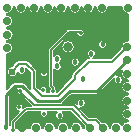
<source format=gbr>
%FSLAX35Y35*%
%MOIN*%
G04 EasyPC Gerber Version 18.0.9 Build 3640 *
%ADD10C,0.00500*%
%ADD16C,0.00600*%
%ADD14C,0.00800*%
%ADD134C,0.01100*%
%ADD95C,0.01400*%
%ADD129C,0.01800*%
%ADD20C,0.02400*%
%ADD12C,0.02800*%
%ADD131C,0.03200*%
X0Y0D02*
D02*
D10*
X2549Y15746D02*
X4402Y17598D01*
G75*
G02X5250Y17950I848J-848*
G01*
X7650*
G75*
G02X8498Y17598J-1200*
G01*
X10346Y15750*
G75*
G02X10343Y15850I1204J98*
G01*
Y20950*
X8903Y22389*
G75*
G02X6164Y20985I-1453J-539*
G01*
G75*
G02X2549Y20926I-1814J365*
G01*
Y15746*
G36*
X4402Y17598*
G75*
G02X5250Y17950I848J-848*
G01*
X7650*
G75*
G02X8498Y17598J-1200*
G01*
X10346Y15750*
G75*
G02X10343Y15850I1204J98*
G01*
Y20950*
X8903Y22389*
G75*
G02X6164Y20985I-1453J-539*
G01*
G75*
G02X2549Y20926I-1814J365*
G01*
Y15746*
G37*
Y21774D02*
G75*
G02X4194Y23193I1800J-424D01*
G01*
X5514Y24813*
G75*
G02X6450Y25257I936J-763*
G01*
X8950*
G75*
G02X9804Y24904I0J-1207*
G01*
X12404Y22304*
G75*
G02X12757Y21450I-854J-854*
G01*
Y16350*
X13460Y15648*
G75*
G02X16100Y15250I1290J-398*
G01*
G75*
G02X15843Y14457I-1350*
G01*
X16658*
G75*
G02X16839Y15617I1292J393*
G01*
X16578Y15878*
G75*
G02X16300Y16550I672J672*
G01*
Y28650*
G75*
G02X16578Y29322I950*
G01*
X22678Y35422*
G75*
G02X23350Y35700I672J-672*
G01*
X27150*
G75*
G02X27822Y35421I0J-950*
G01*
G75*
G02X28500Y34250I-672J-1171*
G01*
G75*
G02X25877Y33800I-1350*
G01*
X23744*
X18200Y28257*
Y26689*
G75*
G02X20900Y25650I1150J-1039*
G01*
G75*
G02X20267Y24400I-1550*
G01*
G75*
G02X20900Y23150I-917J-1250*
G01*
G75*
G02X18200Y22111I-1550*
G01*
Y16944*
X18622Y16522*
G75*
G02X18900Y15850I-672J-672*
G01*
Y15809*
G75*
G02X19300Y14850I-950J-959*
G01*
G75*
G02X19292Y14699I-1350J-2*
G01*
X24043Y19450*
Y20150*
G75*
G02X24396Y21004I1207J0*
G01*
X28996Y25604*
G75*
G02X29850Y25957I854J-854*
G01*
X30069*
G75*
G02X29200Y27350I681J1393*
G01*
G75*
G02X32300I1550*
G01*
G75*
G02X31431Y25957I-1550*
G01*
X37250*
X40725Y29432*
G75*
G02X42848Y31798I2025J318*
G01*
Y40700*
G75*
G02X40802Y42848I1J2050*
G01*
X36298*
G75*
G02X36300Y42750I-2048J-98*
G01*
G75*
G02X32200I-2050*
G01*
G75*
G02X32202Y42848I2049*
G01*
X31798*
G75*
G02X31800Y42750I-2048J-98*
G01*
G75*
G02X27700I-2050*
G01*
G75*
G02X27702Y42848I2049*
G01*
X27298*
G75*
G02X27300Y42750I-2048J-98*
G01*
G75*
G02X23200I-2050*
G01*
G75*
G02X23202Y42848I2049*
G01*
X22798*
G75*
G02X22800Y42750I-2048J-98*
G01*
G75*
G02X18700I-2050*
G01*
G75*
G02X18702Y42848I2049*
G01*
X18298*
G75*
G02X18300Y42750I-2048J-98*
G01*
G75*
G02X14200I-2050*
G01*
G75*
G02X14202Y42848I2049*
G01*
X13798*
G75*
G02X13800Y42750I-2048J-98*
G01*
G75*
G02X9700I-2050*
G01*
G75*
G02X9702Y42848I2049*
G01*
X9298*
G75*
G02X9300Y42750I-2048J-98*
G01*
G75*
G02X5200I-2050*
G01*
G75*
G02X5202Y42848I2049*
G01*
X4798*
G75*
G02X2549Y40710I-2048J-98*
G01*
Y40290*
G75*
G02X4800Y38250I201J-2040*
G01*
G75*
G02X2549Y36210I-2050*
G01*
Y35790*
G75*
G02X4800Y33750I201J-2040*
G01*
G75*
G02X2549Y31710I-2050*
G01*
Y31290*
G75*
G02X4800Y29250I201J-2040*
G01*
G75*
G02X2549Y27210I-2050*
G01*
Y21774*
X16300Y20850D02*
G75*
G02X13600I-1350D01*
G01*
G75*
G02X16300I1350*
G01*
X20700Y29650D02*
G75*
G02X25200I2250D01*
G01*
G75*
G02X20700I-2250*
G01*
X23800Y24550D02*
G75*
G02X26900I1550D01*
G01*
G75*
G02X23800I-1550*
G01*
X32900Y30450D02*
G75*
G02X36000I1550D01*
G01*
G75*
G02X32900I-1550*
G01*
X12757Y20850D02*
G36*
Y16350D01*
X13460Y15648*
G75*
G02X16100Y15250I1290J-398*
G01*
G75*
G02X15843Y14457I-1350*
G01*
X16658*
G75*
G02X16839Y15617I1292J393*
G01*
X16578Y15878*
G75*
G02X16300Y16550I672J672*
G01*
Y20850*
G75*
G02X13600I-1350*
G01*
X12757*
G37*
X13600D02*
G36*
G75*
G02X16300I1350D01*
G01*
Y28650*
G75*
G02X16578Y29322I950*
G01*
X22678Y35422*
G75*
G02X23350Y35700I672J-672*
G01*
X27150*
G75*
G02X27822Y35421I0J-950*
G01*
G75*
G02X28500Y34250I-672J-1171*
G01*
G75*
G02X25877Y33800I-1350*
G01*
X23744*
X19593Y29650*
X20700*
G75*
G02X25200I2250*
G01*
X33122*
G75*
G02X32900Y30450I1328J800*
G01*
G75*
G02X36000I1550*
G01*
G75*
G02X35778Y29650I-1550*
G01*
X40702*
G75*
G02X42848Y31798I2048J100*
G01*
Y40700*
G75*
G02X40802Y42848I1J2050*
G01*
X36298*
G75*
G02X36300Y42750I-2048J-98*
G01*
G75*
G02X32200I-2050*
G01*
G75*
G02X32202Y42848I2049*
G01*
X31798*
G75*
G02X31800Y42750I-2048J-98*
G01*
G75*
G02X27700I-2050*
G01*
G75*
G02X27702Y42848I2049*
G01*
X27298*
G75*
G02X27300Y42750I-2048J-98*
G01*
G75*
G02X23200I-2050*
G01*
G75*
G02X23202Y42848I2049*
G01*
X22798*
G75*
G02X22800Y42750I-2048J-98*
G01*
G75*
G02X18700I-2050*
G01*
G75*
G02X18702Y42848I2049*
G01*
X18298*
G75*
G02X18300Y42750I-2048J-98*
G01*
G75*
G02X14200I-2050*
G01*
G75*
G02X14202Y42848I2049*
G01*
X13798*
G75*
G02X13800Y42750I-2048J-98*
G01*
G75*
G02X9700I-2050*
G01*
G75*
G02X9702Y42848I2049*
G01*
X9298*
G75*
G02X9300Y42750I-2048J-98*
G01*
G75*
G02X5200I-2050*
G01*
G75*
G02X5202Y42848I2049*
G01*
X4798*
G75*
G02X2549Y40710I-2048J-98*
G01*
Y40290*
G75*
G02X4800Y38250I201J-2040*
G01*
G75*
G02X2549Y36210I-2050*
G01*
Y35790*
G75*
G02X4800Y33750I201J-2040*
G01*
G75*
G02X2549Y31710I-2050*
G01*
Y31290*
G75*
G02X4800Y29250I201J-2040*
G01*
G75*
G02X2549Y27210I-2050*
G01*
Y21774*
G75*
G02X4194Y23193I1800J-424*
G01*
X5514Y24813*
G75*
G02X6450Y25257I936J-763*
G01*
X8950*
G75*
G02X9804Y24904I0J-1207*
G01*
X12404Y22304*
G75*
G02X12757Y21450I-854J-854*
G01*
Y20850*
X13600*
G37*
X19593Y29650D02*
G36*
X18200Y28257D01*
Y26689*
G75*
G02X20900Y25650I1150J-1039*
G01*
G75*
G02X20442Y24550I-1550*
G01*
X23800*
G75*
G02X26900I1550*
G01*
X27942*
X28996Y25604*
G75*
G02X29850Y25957I854J-854*
G01*
X30069*
G75*
G02X29200Y27350I681J1393*
G01*
G75*
G02X32300I1550*
G01*
G75*
G02X31431Y25957I-1550*
G01*
X37250*
X40725Y29432*
G75*
G02X40702Y29650I2025J319*
G01*
X35778*
G75*
G02X33122I-1328J800*
G01*
X25200*
G75*
G02X20700I-2250*
G01*
X19593*
G37*
X20442Y24550D02*
G36*
G75*
G02X20267Y24400I-1092J1100D01*
G01*
G75*
G02X20900Y23150I-917J-1250*
G01*
G75*
G02X18200Y22111I-1550*
G01*
Y16944*
X18622Y16522*
G75*
G02X18900Y15850I-672J-672*
G01*
Y15809*
G75*
G02X19300Y14850I-950J-959*
G01*
G75*
G02X19292Y14699I-1350J-2*
G01*
X24043Y19450*
Y20150*
G75*
G02X24396Y21004I1207J0*
G01*
X27942Y24550*
X26900*
G75*
G02X23800I-1550*
G01*
X20442*
G37*
X3450Y3931D02*
G75*
G02X3599Y3713I-1200J-981D01*
G01*
Y4550*
G75*
G02X3878Y5222I950*
G01*
X6757Y8100*
G75*
G02X5400Y9450I-7J1350*
G01*
G75*
G02X8100I1350*
G01*
G75*
G02Y9442I-1323J-4*
G01*
X8178Y9520*
G75*
G02X8850Y9798I672J-672*
G01*
X10558*
X6840Y13517*
G75*
G02X5896Y15550I210J1333*
G01*
X5747*
X3450Y13253*
Y3931*
G36*
G75*
G02X3599Y3713I-1200J-981*
G01*
Y4550*
G75*
G02X3878Y5222I950*
G01*
X6757Y8100*
G75*
G02X5400Y9450I-7J1350*
G01*
G75*
G02X8100I1350*
G01*
G75*
G02Y9442I-1323J-4*
G01*
X8178Y9520*
G75*
G02X8850Y9798I672J-672*
G01*
X10558*
X6840Y13517*
G75*
G02X5896Y15550I210J1333*
G01*
X5747*
X3450Y13253*
Y3931*
G37*
X5704Y2750D02*
X10200D01*
G75*
G02X14300I2050*
G01*
X14700*
G75*
G02X18800I2050*
G01*
X19200*
G75*
G02X23300I2050*
G01*
X23700*
G75*
G02X27800I2050*
G01*
X28200*
G75*
G02X28294Y3363I2050*
G01*
X23757Y7898*
X21191*
G75*
G02X21700Y6750I-1041J-1148*
G01*
G75*
G02X18600I-1550*
G01*
G75*
G02X19109Y7898I1550*
G01*
X16183*
G75*
G02X16300Y7350I-1233J-549*
G01*
G75*
G02X13600I-1350*
G01*
G75*
G02X13717Y7898I1350J0*
G01*
X9243*
X5499Y4156*
Y3010*
G75*
G02X5704Y2750I-949J-960*
G01*
G36*
X10200*
G75*
G02X14300I2050*
G01*
X14700*
G75*
G02X18800I2050*
G01*
X19200*
G75*
G02X23300I2050*
G01*
X23700*
G75*
G02X27800I2050*
G01*
X28200*
G75*
G02X28294Y3363I2050*
G01*
X23757Y7898*
X21191*
G75*
G02X21700Y6750I-1041J-1148*
G01*
G75*
G02X18600I-1550*
G01*
G75*
G02X19109Y7898I1550*
G01*
X16183*
G75*
G02X16300Y7350I-1233J-549*
G01*
G75*
G02X13600I-1350*
G01*
G75*
G02X13717Y7898I1350J0*
G01*
X9243*
X5499Y4156*
Y3010*
G75*
G02X5704Y2750I-949J-960*
G01*
G37*
X36800D02*
X36900D01*
G75*
G02X40850Y3520I2050*
G01*
G75*
G02X42848Y4798I1900J-770*
G01*
Y5202*
G75*
G02X40700Y7250I-98J2048*
G01*
G75*
G02X42848Y9298I2050*
G01*
Y9702*
G75*
G02X40700Y11750I-98J2048*
G01*
G75*
G02X42848Y13798I2050*
G01*
Y14202*
G75*
G02X40700Y16250I-98J2048*
G01*
G75*
G02X42848Y18298I2050*
G01*
Y18702*
G75*
G02X40978Y21781I-98J2048*
G01*
X39343Y20146*
G75*
G02X41300Y18650I407J-1496*
G01*
G75*
G02X38200I-1550*
G01*
G75*
G02X38254Y19057I1550J1*
G01*
X33298Y14102*
G75*
G02X32450Y13750I-848J848*
G01*
X23947*
X21297Y11100*
X24850*
G75*
G02X25522Y10822J-950*
G01*
X25839Y10504*
G75*
G02X25800Y10850I1512J346*
G01*
G75*
G02X28900I1550*
G01*
G75*
G02X27004Y9339I-1550*
G01*
X30044Y6300*
X32150*
G75*
G02X32822Y6022J-950*
G01*
X34137Y4706*
G75*
G02X36800Y2750I613J-1956*
G01*
G36*
X36900*
G75*
G02X40850Y3520I2050*
G01*
G75*
G02X42848Y4798I1900J-770*
G01*
Y5202*
G75*
G02X40700Y7250I-98J2048*
G01*
G75*
G02X42848Y9298I2050*
G01*
Y9702*
G75*
G02X40700Y11750I-98J2048*
G01*
G75*
G02X42848Y13798I2050*
G01*
Y14202*
G75*
G02X40700Y16250I-98J2048*
G01*
G75*
G02X42848Y18298I2050*
G01*
Y18702*
G75*
G02X40978Y21781I-98J2048*
G01*
X39343Y20146*
G75*
G02X41300Y18650I407J-1496*
G01*
G75*
G02X38200I-1550*
G01*
G75*
G02X38254Y19057I1550J1*
G01*
X33298Y14102*
G75*
G02X32450Y13750I-848J848*
G01*
X23947*
X21297Y11100*
X24850*
G75*
G02X25522Y10822J-950*
G01*
X25839Y10504*
G75*
G02X25800Y10850I1512J346*
G01*
G75*
G02X28900I1550*
G01*
G75*
G02X27004Y9339I-1550*
G01*
X30044Y6300*
X32150*
G75*
G02X32822Y6022J-950*
G01*
X34137Y4706*
G75*
G02X36800Y2750I613J-1956*
G01*
G37*
D02*
D12*
X2750Y29250D03*
Y33750D03*
Y38250D03*
Y42750D03*
X7250D03*
X7750Y2750D03*
X11750Y42750D03*
X12250Y2750D03*
X16250Y42750D03*
X16750Y2750D03*
X20750Y42750D03*
X21250Y2750D03*
X25250Y42750D03*
X25750Y2750D03*
X29750Y42750D03*
X30250Y2750D03*
X34250Y42750D03*
X34750Y2750D03*
X38950D03*
X42750D03*
Y7250D03*
Y11750D03*
Y16250D03*
Y20750D03*
Y25250D03*
Y29750D03*
X42850Y42750D03*
D02*
D14*
X42750Y29750D02*
X37750Y24750D01*
X29850*
X25250Y20150*
Y18950*
X19550Y13250*
X14150*
X11550Y15850*
Y21450*
X8950Y24050*
X6450*
X4250Y21350*
X4350*
D02*
D16*
X4550Y2050D02*
Y4550D01*
X8850Y8850*
X24150*
X30250Y2750*
X7050Y14850D02*
Y14650D01*
X11550Y10150*
X24850*
X29650Y5350*
X32150*
X34750Y2750*
X17950Y14850D02*
Y15850D01*
X17250Y16550*
Y28650*
X23350Y34750*
X27150*
Y34250*
D02*
D20*
X4350Y21350D03*
D02*
D95*
X4550Y2050D03*
X6750Y9450D03*
X7050Y14850D03*
X7450Y11350D03*
X11150Y28750D03*
X14750Y15250D03*
X14950Y7350D03*
Y20850D03*
X17950Y14850D03*
X22950Y11950D03*
X27150Y34250D03*
D02*
D129*
X2250Y2950D03*
X7450Y21850D03*
X7550Y18650D03*
X19250Y20850D03*
X19350Y23150D03*
Y25650D03*
X20150Y6750D03*
X25350Y24550D03*
X27350Y10850D03*
X28050Y18850D03*
X30750Y27350D03*
X34450Y30450D03*
X34550Y34850D03*
X39750Y18650D03*
D02*
D131*
X22950Y29650D03*
D02*
D134*
X42750Y25250D02*
X32450Y14950D01*
X23450*
X20050Y11550*
X12850*
X7650Y16750*
X5250*
X2250Y13750*
Y2950*
X0Y0D02*
M02*

</source>
